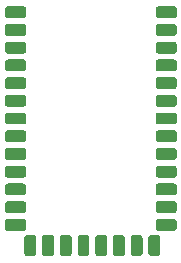
<source format=gbr>
G04 #@! TF.GenerationSoftware,KiCad,Pcbnew,(5.1.5)-3*
G04 #@! TF.CreationDate,2021-04-30T23:34:10+03:00*
G04 #@! TF.ProjectId,HM10USBDongle,484d3130-5553-4424-946f-6e676c652e6b,rev?*
G04 #@! TF.SameCoordinates,Original*
G04 #@! TF.FileFunction,Paste,Top*
G04 #@! TF.FilePolarity,Positive*
%FSLAX46Y46*%
G04 Gerber Fmt 4.6, Leading zero omitted, Abs format (unit mm)*
G04 Created by KiCad (PCBNEW (5.1.5)-3) date 2021-04-30 23:34:10*
%MOMM*%
%LPD*%
G04 APERTURE LIST*
%ADD10C,0.100000*%
G04 APERTURE END LIST*
D10*
G36*
X140845503Y-67055204D02*
G01*
X140869772Y-67058804D01*
X140893570Y-67064765D01*
X140916670Y-67073030D01*
X140938848Y-67083520D01*
X140959892Y-67096133D01*
X140979597Y-67110747D01*
X140997776Y-67127223D01*
X141014252Y-67145402D01*
X141028866Y-67165107D01*
X141041479Y-67186151D01*
X141051969Y-67208329D01*
X141060234Y-67231429D01*
X141066195Y-67255227D01*
X141069795Y-67279496D01*
X141070999Y-67304000D01*
X141070999Y-67804000D01*
X141069795Y-67828504D01*
X141066195Y-67852773D01*
X141060234Y-67876571D01*
X141051969Y-67899671D01*
X141041479Y-67921849D01*
X141028866Y-67942893D01*
X141014252Y-67962598D01*
X140997776Y-67980777D01*
X140979597Y-67997253D01*
X140959892Y-68011867D01*
X140938848Y-68024480D01*
X140916670Y-68034970D01*
X140893570Y-68043235D01*
X140869772Y-68049196D01*
X140845503Y-68052796D01*
X140820999Y-68054000D01*
X139520999Y-68054000D01*
X139496495Y-68052796D01*
X139472226Y-68049196D01*
X139448428Y-68043235D01*
X139425328Y-68034970D01*
X139403150Y-68024480D01*
X139382106Y-68011867D01*
X139362401Y-67997253D01*
X139344222Y-67980777D01*
X139327746Y-67962598D01*
X139313132Y-67942893D01*
X139300519Y-67921849D01*
X139290029Y-67899671D01*
X139281764Y-67876571D01*
X139275803Y-67852773D01*
X139272203Y-67828504D01*
X139270999Y-67804000D01*
X139270999Y-67304000D01*
X139272203Y-67279496D01*
X139275803Y-67255227D01*
X139281764Y-67231429D01*
X139290029Y-67208329D01*
X139300519Y-67186151D01*
X139313132Y-67165107D01*
X139327746Y-67145402D01*
X139344222Y-67127223D01*
X139362401Y-67110747D01*
X139382106Y-67096133D01*
X139403150Y-67083520D01*
X139425328Y-67073030D01*
X139448428Y-67064765D01*
X139472226Y-67058804D01*
X139496495Y-67055204D01*
X139520999Y-67054000D01*
X140820999Y-67054000D01*
X140845503Y-67055204D01*
G37*
G36*
X140845503Y-68555204D02*
G01*
X140869772Y-68558804D01*
X140893570Y-68564765D01*
X140916670Y-68573030D01*
X140938848Y-68583520D01*
X140959892Y-68596133D01*
X140979597Y-68610747D01*
X140997776Y-68627223D01*
X141014252Y-68645402D01*
X141028866Y-68665107D01*
X141041479Y-68686151D01*
X141051969Y-68708329D01*
X141060234Y-68731429D01*
X141066195Y-68755227D01*
X141069795Y-68779496D01*
X141070999Y-68804000D01*
X141070999Y-69304000D01*
X141069795Y-69328504D01*
X141066195Y-69352773D01*
X141060234Y-69376571D01*
X141051969Y-69399671D01*
X141041479Y-69421849D01*
X141028866Y-69442893D01*
X141014252Y-69462598D01*
X140997776Y-69480777D01*
X140979597Y-69497253D01*
X140959892Y-69511867D01*
X140938848Y-69524480D01*
X140916670Y-69534970D01*
X140893570Y-69543235D01*
X140869772Y-69549196D01*
X140845503Y-69552796D01*
X140820999Y-69554000D01*
X139520999Y-69554000D01*
X139496495Y-69552796D01*
X139472226Y-69549196D01*
X139448428Y-69543235D01*
X139425328Y-69534970D01*
X139403150Y-69524480D01*
X139382106Y-69511867D01*
X139362401Y-69497253D01*
X139344222Y-69480777D01*
X139327746Y-69462598D01*
X139313132Y-69442893D01*
X139300519Y-69421849D01*
X139290029Y-69399671D01*
X139281764Y-69376571D01*
X139275803Y-69352773D01*
X139272203Y-69328504D01*
X139270999Y-69304000D01*
X139270999Y-68804000D01*
X139272203Y-68779496D01*
X139275803Y-68755227D01*
X139281764Y-68731429D01*
X139290029Y-68708329D01*
X139300519Y-68686151D01*
X139313132Y-68665107D01*
X139327746Y-68645402D01*
X139344222Y-68627223D01*
X139362401Y-68610747D01*
X139382106Y-68596133D01*
X139403150Y-68583520D01*
X139425328Y-68573030D01*
X139448428Y-68564765D01*
X139472226Y-68558804D01*
X139496495Y-68555204D01*
X139520999Y-68554000D01*
X140820999Y-68554000D01*
X140845503Y-68555204D01*
G37*
G36*
X140845503Y-70055204D02*
G01*
X140869772Y-70058804D01*
X140893570Y-70064765D01*
X140916670Y-70073030D01*
X140938848Y-70083520D01*
X140959892Y-70096133D01*
X140979597Y-70110747D01*
X140997776Y-70127223D01*
X141014252Y-70145402D01*
X141028866Y-70165107D01*
X141041479Y-70186151D01*
X141051969Y-70208329D01*
X141060234Y-70231429D01*
X141066195Y-70255227D01*
X141069795Y-70279496D01*
X141070999Y-70304000D01*
X141070999Y-70804000D01*
X141069795Y-70828504D01*
X141066195Y-70852773D01*
X141060234Y-70876571D01*
X141051969Y-70899671D01*
X141041479Y-70921849D01*
X141028866Y-70942893D01*
X141014252Y-70962598D01*
X140997776Y-70980777D01*
X140979597Y-70997253D01*
X140959892Y-71011867D01*
X140938848Y-71024480D01*
X140916670Y-71034970D01*
X140893570Y-71043235D01*
X140869772Y-71049196D01*
X140845503Y-71052796D01*
X140820999Y-71054000D01*
X139520999Y-71054000D01*
X139496495Y-71052796D01*
X139472226Y-71049196D01*
X139448428Y-71043235D01*
X139425328Y-71034970D01*
X139403150Y-71024480D01*
X139382106Y-71011867D01*
X139362401Y-70997253D01*
X139344222Y-70980777D01*
X139327746Y-70962598D01*
X139313132Y-70942893D01*
X139300519Y-70921849D01*
X139290029Y-70899671D01*
X139281764Y-70876571D01*
X139275803Y-70852773D01*
X139272203Y-70828504D01*
X139270999Y-70804000D01*
X139270999Y-70304000D01*
X139272203Y-70279496D01*
X139275803Y-70255227D01*
X139281764Y-70231429D01*
X139290029Y-70208329D01*
X139300519Y-70186151D01*
X139313132Y-70165107D01*
X139327746Y-70145402D01*
X139344222Y-70127223D01*
X139362401Y-70110747D01*
X139382106Y-70096133D01*
X139403150Y-70083520D01*
X139425328Y-70073030D01*
X139448428Y-70064765D01*
X139472226Y-70058804D01*
X139496495Y-70055204D01*
X139520999Y-70054000D01*
X140820999Y-70054000D01*
X140845503Y-70055204D01*
G37*
G36*
X140845503Y-71555204D02*
G01*
X140869772Y-71558804D01*
X140893570Y-71564765D01*
X140916670Y-71573030D01*
X140938848Y-71583520D01*
X140959892Y-71596133D01*
X140979597Y-71610747D01*
X140997776Y-71627223D01*
X141014252Y-71645402D01*
X141028866Y-71665107D01*
X141041479Y-71686151D01*
X141051969Y-71708329D01*
X141060234Y-71731429D01*
X141066195Y-71755227D01*
X141069795Y-71779496D01*
X141070999Y-71804000D01*
X141070999Y-72304000D01*
X141069795Y-72328504D01*
X141066195Y-72352773D01*
X141060234Y-72376571D01*
X141051969Y-72399671D01*
X141041479Y-72421849D01*
X141028866Y-72442893D01*
X141014252Y-72462598D01*
X140997776Y-72480777D01*
X140979597Y-72497253D01*
X140959892Y-72511867D01*
X140938848Y-72524480D01*
X140916670Y-72534970D01*
X140893570Y-72543235D01*
X140869772Y-72549196D01*
X140845503Y-72552796D01*
X140820999Y-72554000D01*
X139520999Y-72554000D01*
X139496495Y-72552796D01*
X139472226Y-72549196D01*
X139448428Y-72543235D01*
X139425328Y-72534970D01*
X139403150Y-72524480D01*
X139382106Y-72511867D01*
X139362401Y-72497253D01*
X139344222Y-72480777D01*
X139327746Y-72462598D01*
X139313132Y-72442893D01*
X139300519Y-72421849D01*
X139290029Y-72399671D01*
X139281764Y-72376571D01*
X139275803Y-72352773D01*
X139272203Y-72328504D01*
X139270999Y-72304000D01*
X139270999Y-71804000D01*
X139272203Y-71779496D01*
X139275803Y-71755227D01*
X139281764Y-71731429D01*
X139290029Y-71708329D01*
X139300519Y-71686151D01*
X139313132Y-71665107D01*
X139327746Y-71645402D01*
X139344222Y-71627223D01*
X139362401Y-71610747D01*
X139382106Y-71596133D01*
X139403150Y-71583520D01*
X139425328Y-71573030D01*
X139448428Y-71564765D01*
X139472226Y-71558804D01*
X139496495Y-71555204D01*
X139520999Y-71554000D01*
X140820999Y-71554000D01*
X140845503Y-71555204D01*
G37*
G36*
X140845503Y-73055204D02*
G01*
X140869772Y-73058804D01*
X140893570Y-73064765D01*
X140916670Y-73073030D01*
X140938848Y-73083520D01*
X140959892Y-73096133D01*
X140979597Y-73110747D01*
X140997776Y-73127223D01*
X141014252Y-73145402D01*
X141028866Y-73165107D01*
X141041479Y-73186151D01*
X141051969Y-73208329D01*
X141060234Y-73231429D01*
X141066195Y-73255227D01*
X141069795Y-73279496D01*
X141070999Y-73304000D01*
X141070999Y-73804000D01*
X141069795Y-73828504D01*
X141066195Y-73852773D01*
X141060234Y-73876571D01*
X141051969Y-73899671D01*
X141041479Y-73921849D01*
X141028866Y-73942893D01*
X141014252Y-73962598D01*
X140997776Y-73980777D01*
X140979597Y-73997253D01*
X140959892Y-74011867D01*
X140938848Y-74024480D01*
X140916670Y-74034970D01*
X140893570Y-74043235D01*
X140869772Y-74049196D01*
X140845503Y-74052796D01*
X140820999Y-74054000D01*
X139520999Y-74054000D01*
X139496495Y-74052796D01*
X139472226Y-74049196D01*
X139448428Y-74043235D01*
X139425328Y-74034970D01*
X139403150Y-74024480D01*
X139382106Y-74011867D01*
X139362401Y-73997253D01*
X139344222Y-73980777D01*
X139327746Y-73962598D01*
X139313132Y-73942893D01*
X139300519Y-73921849D01*
X139290029Y-73899671D01*
X139281764Y-73876571D01*
X139275803Y-73852773D01*
X139272203Y-73828504D01*
X139270999Y-73804000D01*
X139270999Y-73304000D01*
X139272203Y-73279496D01*
X139275803Y-73255227D01*
X139281764Y-73231429D01*
X139290029Y-73208329D01*
X139300519Y-73186151D01*
X139313132Y-73165107D01*
X139327746Y-73145402D01*
X139344222Y-73127223D01*
X139362401Y-73110747D01*
X139382106Y-73096133D01*
X139403150Y-73083520D01*
X139425328Y-73073030D01*
X139448428Y-73064765D01*
X139472226Y-73058804D01*
X139496495Y-73055204D01*
X139520999Y-73054000D01*
X140820999Y-73054000D01*
X140845503Y-73055204D01*
G37*
G36*
X140845503Y-74555204D02*
G01*
X140869772Y-74558804D01*
X140893570Y-74564765D01*
X140916670Y-74573030D01*
X140938848Y-74583520D01*
X140959892Y-74596133D01*
X140979597Y-74610747D01*
X140997776Y-74627223D01*
X141014252Y-74645402D01*
X141028866Y-74665107D01*
X141041479Y-74686151D01*
X141051969Y-74708329D01*
X141060234Y-74731429D01*
X141066195Y-74755227D01*
X141069795Y-74779496D01*
X141070999Y-74804000D01*
X141070999Y-75304000D01*
X141069795Y-75328504D01*
X141066195Y-75352773D01*
X141060234Y-75376571D01*
X141051969Y-75399671D01*
X141041479Y-75421849D01*
X141028866Y-75442893D01*
X141014252Y-75462598D01*
X140997776Y-75480777D01*
X140979597Y-75497253D01*
X140959892Y-75511867D01*
X140938848Y-75524480D01*
X140916670Y-75534970D01*
X140893570Y-75543235D01*
X140869772Y-75549196D01*
X140845503Y-75552796D01*
X140820999Y-75554000D01*
X139520999Y-75554000D01*
X139496495Y-75552796D01*
X139472226Y-75549196D01*
X139448428Y-75543235D01*
X139425328Y-75534970D01*
X139403150Y-75524480D01*
X139382106Y-75511867D01*
X139362401Y-75497253D01*
X139344222Y-75480777D01*
X139327746Y-75462598D01*
X139313132Y-75442893D01*
X139300519Y-75421849D01*
X139290029Y-75399671D01*
X139281764Y-75376571D01*
X139275803Y-75352773D01*
X139272203Y-75328504D01*
X139270999Y-75304000D01*
X139270999Y-74804000D01*
X139272203Y-74779496D01*
X139275803Y-74755227D01*
X139281764Y-74731429D01*
X139290029Y-74708329D01*
X139300519Y-74686151D01*
X139313132Y-74665107D01*
X139327746Y-74645402D01*
X139344222Y-74627223D01*
X139362401Y-74610747D01*
X139382106Y-74596133D01*
X139403150Y-74583520D01*
X139425328Y-74573030D01*
X139448428Y-74564765D01*
X139472226Y-74558804D01*
X139496495Y-74555204D01*
X139520999Y-74554000D01*
X140820999Y-74554000D01*
X140845503Y-74555204D01*
G37*
G36*
X140845503Y-76055204D02*
G01*
X140869772Y-76058804D01*
X140893570Y-76064765D01*
X140916670Y-76073030D01*
X140938848Y-76083520D01*
X140959892Y-76096133D01*
X140979597Y-76110747D01*
X140997776Y-76127223D01*
X141014252Y-76145402D01*
X141028866Y-76165107D01*
X141041479Y-76186151D01*
X141051969Y-76208329D01*
X141060234Y-76231429D01*
X141066195Y-76255227D01*
X141069795Y-76279496D01*
X141070999Y-76304000D01*
X141070999Y-76804000D01*
X141069795Y-76828504D01*
X141066195Y-76852773D01*
X141060234Y-76876571D01*
X141051969Y-76899671D01*
X141041479Y-76921849D01*
X141028866Y-76942893D01*
X141014252Y-76962598D01*
X140997776Y-76980777D01*
X140979597Y-76997253D01*
X140959892Y-77011867D01*
X140938848Y-77024480D01*
X140916670Y-77034970D01*
X140893570Y-77043235D01*
X140869772Y-77049196D01*
X140845503Y-77052796D01*
X140820999Y-77054000D01*
X139520999Y-77054000D01*
X139496495Y-77052796D01*
X139472226Y-77049196D01*
X139448428Y-77043235D01*
X139425328Y-77034970D01*
X139403150Y-77024480D01*
X139382106Y-77011867D01*
X139362401Y-76997253D01*
X139344222Y-76980777D01*
X139327746Y-76962598D01*
X139313132Y-76942893D01*
X139300519Y-76921849D01*
X139290029Y-76899671D01*
X139281764Y-76876571D01*
X139275803Y-76852773D01*
X139272203Y-76828504D01*
X139270999Y-76804000D01*
X139270999Y-76304000D01*
X139272203Y-76279496D01*
X139275803Y-76255227D01*
X139281764Y-76231429D01*
X139290029Y-76208329D01*
X139300519Y-76186151D01*
X139313132Y-76165107D01*
X139327746Y-76145402D01*
X139344222Y-76127223D01*
X139362401Y-76110747D01*
X139382106Y-76096133D01*
X139403150Y-76083520D01*
X139425328Y-76073030D01*
X139448428Y-76064765D01*
X139472226Y-76058804D01*
X139496495Y-76055204D01*
X139520999Y-76054000D01*
X140820999Y-76054000D01*
X140845503Y-76055204D01*
G37*
G36*
X140845503Y-77555204D02*
G01*
X140869772Y-77558804D01*
X140893570Y-77564765D01*
X140916670Y-77573030D01*
X140938848Y-77583520D01*
X140959892Y-77596133D01*
X140979597Y-77610747D01*
X140997776Y-77627223D01*
X141014252Y-77645402D01*
X141028866Y-77665107D01*
X141041479Y-77686151D01*
X141051969Y-77708329D01*
X141060234Y-77731429D01*
X141066195Y-77755227D01*
X141069795Y-77779496D01*
X141070999Y-77804000D01*
X141070999Y-78304000D01*
X141069795Y-78328504D01*
X141066195Y-78352773D01*
X141060234Y-78376571D01*
X141051969Y-78399671D01*
X141041479Y-78421849D01*
X141028866Y-78442893D01*
X141014252Y-78462598D01*
X140997776Y-78480777D01*
X140979597Y-78497253D01*
X140959892Y-78511867D01*
X140938848Y-78524480D01*
X140916670Y-78534970D01*
X140893570Y-78543235D01*
X140869772Y-78549196D01*
X140845503Y-78552796D01*
X140820999Y-78554000D01*
X139520999Y-78554000D01*
X139496495Y-78552796D01*
X139472226Y-78549196D01*
X139448428Y-78543235D01*
X139425328Y-78534970D01*
X139403150Y-78524480D01*
X139382106Y-78511867D01*
X139362401Y-78497253D01*
X139344222Y-78480777D01*
X139327746Y-78462598D01*
X139313132Y-78442893D01*
X139300519Y-78421849D01*
X139290029Y-78399671D01*
X139281764Y-78376571D01*
X139275803Y-78352773D01*
X139272203Y-78328504D01*
X139270999Y-78304000D01*
X139270999Y-77804000D01*
X139272203Y-77779496D01*
X139275803Y-77755227D01*
X139281764Y-77731429D01*
X139290029Y-77708329D01*
X139300519Y-77686151D01*
X139313132Y-77665107D01*
X139327746Y-77645402D01*
X139344222Y-77627223D01*
X139362401Y-77610747D01*
X139382106Y-77596133D01*
X139403150Y-77583520D01*
X139425328Y-77573030D01*
X139448428Y-77564765D01*
X139472226Y-77558804D01*
X139496495Y-77555204D01*
X139520999Y-77554000D01*
X140820999Y-77554000D01*
X140845503Y-77555204D01*
G37*
G36*
X140845503Y-79055204D02*
G01*
X140869772Y-79058804D01*
X140893570Y-79064765D01*
X140916670Y-79073030D01*
X140938848Y-79083520D01*
X140959892Y-79096133D01*
X140979597Y-79110747D01*
X140997776Y-79127223D01*
X141014252Y-79145402D01*
X141028866Y-79165107D01*
X141041479Y-79186151D01*
X141051969Y-79208329D01*
X141060234Y-79231429D01*
X141066195Y-79255227D01*
X141069795Y-79279496D01*
X141070999Y-79304000D01*
X141070999Y-79804000D01*
X141069795Y-79828504D01*
X141066195Y-79852773D01*
X141060234Y-79876571D01*
X141051969Y-79899671D01*
X141041479Y-79921849D01*
X141028866Y-79942893D01*
X141014252Y-79962598D01*
X140997776Y-79980777D01*
X140979597Y-79997253D01*
X140959892Y-80011867D01*
X140938848Y-80024480D01*
X140916670Y-80034970D01*
X140893570Y-80043235D01*
X140869772Y-80049196D01*
X140845503Y-80052796D01*
X140820999Y-80054000D01*
X139520999Y-80054000D01*
X139496495Y-80052796D01*
X139472226Y-80049196D01*
X139448428Y-80043235D01*
X139425328Y-80034970D01*
X139403150Y-80024480D01*
X139382106Y-80011867D01*
X139362401Y-79997253D01*
X139344222Y-79980777D01*
X139327746Y-79962598D01*
X139313132Y-79942893D01*
X139300519Y-79921849D01*
X139290029Y-79899671D01*
X139281764Y-79876571D01*
X139275803Y-79852773D01*
X139272203Y-79828504D01*
X139270999Y-79804000D01*
X139270999Y-79304000D01*
X139272203Y-79279496D01*
X139275803Y-79255227D01*
X139281764Y-79231429D01*
X139290029Y-79208329D01*
X139300519Y-79186151D01*
X139313132Y-79165107D01*
X139327746Y-79145402D01*
X139344222Y-79127223D01*
X139362401Y-79110747D01*
X139382106Y-79096133D01*
X139403150Y-79083520D01*
X139425328Y-79073030D01*
X139448428Y-79064765D01*
X139472226Y-79058804D01*
X139496495Y-79055204D01*
X139520999Y-79054000D01*
X140820999Y-79054000D01*
X140845503Y-79055204D01*
G37*
G36*
X140845503Y-80555204D02*
G01*
X140869772Y-80558804D01*
X140893570Y-80564765D01*
X140916670Y-80573030D01*
X140938848Y-80583520D01*
X140959892Y-80596133D01*
X140979597Y-80610747D01*
X140997776Y-80627223D01*
X141014252Y-80645402D01*
X141028866Y-80665107D01*
X141041479Y-80686151D01*
X141051969Y-80708329D01*
X141060234Y-80731429D01*
X141066195Y-80755227D01*
X141069795Y-80779496D01*
X141070999Y-80804000D01*
X141070999Y-81304000D01*
X141069795Y-81328504D01*
X141066195Y-81352773D01*
X141060234Y-81376571D01*
X141051969Y-81399671D01*
X141041479Y-81421849D01*
X141028866Y-81442893D01*
X141014252Y-81462598D01*
X140997776Y-81480777D01*
X140979597Y-81497253D01*
X140959892Y-81511867D01*
X140938848Y-81524480D01*
X140916670Y-81534970D01*
X140893570Y-81543235D01*
X140869772Y-81549196D01*
X140845503Y-81552796D01*
X140820999Y-81554000D01*
X139520999Y-81554000D01*
X139496495Y-81552796D01*
X139472226Y-81549196D01*
X139448428Y-81543235D01*
X139425328Y-81534970D01*
X139403150Y-81524480D01*
X139382106Y-81511867D01*
X139362401Y-81497253D01*
X139344222Y-81480777D01*
X139327746Y-81462598D01*
X139313132Y-81442893D01*
X139300519Y-81421849D01*
X139290029Y-81399671D01*
X139281764Y-81376571D01*
X139275803Y-81352773D01*
X139272203Y-81328504D01*
X139270999Y-81304000D01*
X139270999Y-80804000D01*
X139272203Y-80779496D01*
X139275803Y-80755227D01*
X139281764Y-80731429D01*
X139290029Y-80708329D01*
X139300519Y-80686151D01*
X139313132Y-80665107D01*
X139327746Y-80645402D01*
X139344222Y-80627223D01*
X139362401Y-80610747D01*
X139382106Y-80596133D01*
X139403150Y-80583520D01*
X139425328Y-80573030D01*
X139448428Y-80564765D01*
X139472226Y-80558804D01*
X139496495Y-80555204D01*
X139520999Y-80554000D01*
X140820999Y-80554000D01*
X140845503Y-80555204D01*
G37*
G36*
X140845503Y-82055204D02*
G01*
X140869772Y-82058804D01*
X140893570Y-82064765D01*
X140916670Y-82073030D01*
X140938848Y-82083520D01*
X140959892Y-82096133D01*
X140979597Y-82110747D01*
X140997776Y-82127223D01*
X141014252Y-82145402D01*
X141028866Y-82165107D01*
X141041479Y-82186151D01*
X141051969Y-82208329D01*
X141060234Y-82231429D01*
X141066195Y-82255227D01*
X141069795Y-82279496D01*
X141070999Y-82304000D01*
X141070999Y-82804000D01*
X141069795Y-82828504D01*
X141066195Y-82852773D01*
X141060234Y-82876571D01*
X141051969Y-82899671D01*
X141041479Y-82921849D01*
X141028866Y-82942893D01*
X141014252Y-82962598D01*
X140997776Y-82980777D01*
X140979597Y-82997253D01*
X140959892Y-83011867D01*
X140938848Y-83024480D01*
X140916670Y-83034970D01*
X140893570Y-83043235D01*
X140869772Y-83049196D01*
X140845503Y-83052796D01*
X140820999Y-83054000D01*
X139520999Y-83054000D01*
X139496495Y-83052796D01*
X139472226Y-83049196D01*
X139448428Y-83043235D01*
X139425328Y-83034970D01*
X139403150Y-83024480D01*
X139382106Y-83011867D01*
X139362401Y-82997253D01*
X139344222Y-82980777D01*
X139327746Y-82962598D01*
X139313132Y-82942893D01*
X139300519Y-82921849D01*
X139290029Y-82899671D01*
X139281764Y-82876571D01*
X139275803Y-82852773D01*
X139272203Y-82828504D01*
X139270999Y-82804000D01*
X139270999Y-82304000D01*
X139272203Y-82279496D01*
X139275803Y-82255227D01*
X139281764Y-82231429D01*
X139290029Y-82208329D01*
X139300519Y-82186151D01*
X139313132Y-82165107D01*
X139327746Y-82145402D01*
X139344222Y-82127223D01*
X139362401Y-82110747D01*
X139382106Y-82096133D01*
X139403150Y-82083520D01*
X139425328Y-82073030D01*
X139448428Y-82064765D01*
X139472226Y-82058804D01*
X139496495Y-82055204D01*
X139520999Y-82054000D01*
X140820999Y-82054000D01*
X140845503Y-82055204D01*
G37*
G36*
X140845503Y-83555204D02*
G01*
X140869772Y-83558804D01*
X140893570Y-83564765D01*
X140916670Y-83573030D01*
X140938848Y-83583520D01*
X140959892Y-83596133D01*
X140979597Y-83610747D01*
X140997776Y-83627223D01*
X141014252Y-83645402D01*
X141028866Y-83665107D01*
X141041479Y-83686151D01*
X141051969Y-83708329D01*
X141060234Y-83731429D01*
X141066195Y-83755227D01*
X141069795Y-83779496D01*
X141070999Y-83804000D01*
X141070999Y-84304000D01*
X141069795Y-84328504D01*
X141066195Y-84352773D01*
X141060234Y-84376571D01*
X141051969Y-84399671D01*
X141041479Y-84421849D01*
X141028866Y-84442893D01*
X141014252Y-84462598D01*
X140997776Y-84480777D01*
X140979597Y-84497253D01*
X140959892Y-84511867D01*
X140938848Y-84524480D01*
X140916670Y-84534970D01*
X140893570Y-84543235D01*
X140869772Y-84549196D01*
X140845503Y-84552796D01*
X140820999Y-84554000D01*
X139520999Y-84554000D01*
X139496495Y-84552796D01*
X139472226Y-84549196D01*
X139448428Y-84543235D01*
X139425328Y-84534970D01*
X139403150Y-84524480D01*
X139382106Y-84511867D01*
X139362401Y-84497253D01*
X139344222Y-84480777D01*
X139327746Y-84462598D01*
X139313132Y-84442893D01*
X139300519Y-84421849D01*
X139290029Y-84399671D01*
X139281764Y-84376571D01*
X139275803Y-84352773D01*
X139272203Y-84328504D01*
X139270999Y-84304000D01*
X139270999Y-83804000D01*
X139272203Y-83779496D01*
X139275803Y-83755227D01*
X139281764Y-83731429D01*
X139290029Y-83708329D01*
X139300519Y-83686151D01*
X139313132Y-83665107D01*
X139327746Y-83645402D01*
X139344222Y-83627223D01*
X139362401Y-83610747D01*
X139382106Y-83596133D01*
X139403150Y-83583520D01*
X139425328Y-83573030D01*
X139448428Y-83564765D01*
X139472226Y-83558804D01*
X139496495Y-83555204D01*
X139520999Y-83554000D01*
X140820999Y-83554000D01*
X140845503Y-83555204D01*
G37*
G36*
X140845503Y-85055204D02*
G01*
X140869772Y-85058804D01*
X140893570Y-85064765D01*
X140916670Y-85073030D01*
X140938848Y-85083520D01*
X140959892Y-85096133D01*
X140979597Y-85110747D01*
X140997776Y-85127223D01*
X141014252Y-85145402D01*
X141028866Y-85165107D01*
X141041479Y-85186151D01*
X141051969Y-85208329D01*
X141060234Y-85231429D01*
X141066195Y-85255227D01*
X141069795Y-85279496D01*
X141070999Y-85304000D01*
X141070999Y-85804000D01*
X141069795Y-85828504D01*
X141066195Y-85852773D01*
X141060234Y-85876571D01*
X141051969Y-85899671D01*
X141041479Y-85921849D01*
X141028866Y-85942893D01*
X141014252Y-85962598D01*
X140997776Y-85980777D01*
X140979597Y-85997253D01*
X140959892Y-86011867D01*
X140938848Y-86024480D01*
X140916670Y-86034970D01*
X140893570Y-86043235D01*
X140869772Y-86049196D01*
X140845503Y-86052796D01*
X140820999Y-86054000D01*
X139520999Y-86054000D01*
X139496495Y-86052796D01*
X139472226Y-86049196D01*
X139448428Y-86043235D01*
X139425328Y-86034970D01*
X139403150Y-86024480D01*
X139382106Y-86011867D01*
X139362401Y-85997253D01*
X139344222Y-85980777D01*
X139327746Y-85962598D01*
X139313132Y-85942893D01*
X139300519Y-85921849D01*
X139290029Y-85899671D01*
X139281764Y-85876571D01*
X139275803Y-85852773D01*
X139272203Y-85828504D01*
X139270999Y-85804000D01*
X139270999Y-85304000D01*
X139272203Y-85279496D01*
X139275803Y-85255227D01*
X139281764Y-85231429D01*
X139290029Y-85208329D01*
X139300519Y-85186151D01*
X139313132Y-85165107D01*
X139327746Y-85145402D01*
X139344222Y-85127223D01*
X139362401Y-85110747D01*
X139382106Y-85096133D01*
X139403150Y-85083520D01*
X139425328Y-85073030D01*
X139448428Y-85064765D01*
X139472226Y-85058804D01*
X139496495Y-85055204D01*
X139520999Y-85054000D01*
X140820999Y-85054000D01*
X140845503Y-85055204D01*
G37*
G36*
X139445503Y-86405204D02*
G01*
X139469772Y-86408804D01*
X139493570Y-86414765D01*
X139516670Y-86423030D01*
X139538848Y-86433520D01*
X139559892Y-86446133D01*
X139579597Y-86460747D01*
X139597776Y-86477223D01*
X139614252Y-86495402D01*
X139628866Y-86515107D01*
X139641479Y-86536151D01*
X139651969Y-86558329D01*
X139660234Y-86581429D01*
X139666195Y-86605227D01*
X139669795Y-86629496D01*
X139670999Y-86654000D01*
X139670999Y-87954000D01*
X139669795Y-87978504D01*
X139666195Y-88002773D01*
X139660234Y-88026571D01*
X139651969Y-88049671D01*
X139641479Y-88071849D01*
X139628866Y-88092893D01*
X139614252Y-88112598D01*
X139597776Y-88130777D01*
X139579597Y-88147253D01*
X139559892Y-88161867D01*
X139538848Y-88174480D01*
X139516670Y-88184970D01*
X139493570Y-88193235D01*
X139469772Y-88199196D01*
X139445503Y-88202796D01*
X139420999Y-88204000D01*
X138920999Y-88204000D01*
X138896495Y-88202796D01*
X138872226Y-88199196D01*
X138848428Y-88193235D01*
X138825328Y-88184970D01*
X138803150Y-88174480D01*
X138782106Y-88161867D01*
X138762401Y-88147253D01*
X138744222Y-88130777D01*
X138727746Y-88112598D01*
X138713132Y-88092893D01*
X138700519Y-88071849D01*
X138690029Y-88049671D01*
X138681764Y-88026571D01*
X138675803Y-88002773D01*
X138672203Y-87978504D01*
X138670999Y-87954000D01*
X138670999Y-86654000D01*
X138672203Y-86629496D01*
X138675803Y-86605227D01*
X138681764Y-86581429D01*
X138690029Y-86558329D01*
X138700519Y-86536151D01*
X138713132Y-86515107D01*
X138727746Y-86495402D01*
X138744222Y-86477223D01*
X138762401Y-86460747D01*
X138782106Y-86446133D01*
X138803150Y-86433520D01*
X138825328Y-86423030D01*
X138848428Y-86414765D01*
X138872226Y-86408804D01*
X138896495Y-86405204D01*
X138920999Y-86404000D01*
X139420999Y-86404000D01*
X139445503Y-86405204D01*
G37*
G36*
X137945503Y-86405204D02*
G01*
X137969772Y-86408804D01*
X137993570Y-86414765D01*
X138016670Y-86423030D01*
X138038848Y-86433520D01*
X138059892Y-86446133D01*
X138079597Y-86460747D01*
X138097776Y-86477223D01*
X138114252Y-86495402D01*
X138128866Y-86515107D01*
X138141479Y-86536151D01*
X138151969Y-86558329D01*
X138160234Y-86581429D01*
X138166195Y-86605227D01*
X138169795Y-86629496D01*
X138170999Y-86654000D01*
X138170999Y-87954000D01*
X138169795Y-87978504D01*
X138166195Y-88002773D01*
X138160234Y-88026571D01*
X138151969Y-88049671D01*
X138141479Y-88071849D01*
X138128866Y-88092893D01*
X138114252Y-88112598D01*
X138097776Y-88130777D01*
X138079597Y-88147253D01*
X138059892Y-88161867D01*
X138038848Y-88174480D01*
X138016670Y-88184970D01*
X137993570Y-88193235D01*
X137969772Y-88199196D01*
X137945503Y-88202796D01*
X137920999Y-88204000D01*
X137420999Y-88204000D01*
X137396495Y-88202796D01*
X137372226Y-88199196D01*
X137348428Y-88193235D01*
X137325328Y-88184970D01*
X137303150Y-88174480D01*
X137282106Y-88161867D01*
X137262401Y-88147253D01*
X137244222Y-88130777D01*
X137227746Y-88112598D01*
X137213132Y-88092893D01*
X137200519Y-88071849D01*
X137190029Y-88049671D01*
X137181764Y-88026571D01*
X137175803Y-88002773D01*
X137172203Y-87978504D01*
X137170999Y-87954000D01*
X137170999Y-86654000D01*
X137172203Y-86629496D01*
X137175803Y-86605227D01*
X137181764Y-86581429D01*
X137190029Y-86558329D01*
X137200519Y-86536151D01*
X137213132Y-86515107D01*
X137227746Y-86495402D01*
X137244222Y-86477223D01*
X137262401Y-86460747D01*
X137282106Y-86446133D01*
X137303150Y-86433520D01*
X137325328Y-86423030D01*
X137348428Y-86414765D01*
X137372226Y-86408804D01*
X137396495Y-86405204D01*
X137420999Y-86404000D01*
X137920999Y-86404000D01*
X137945503Y-86405204D01*
G37*
G36*
X136445503Y-86405204D02*
G01*
X136469772Y-86408804D01*
X136493570Y-86414765D01*
X136516670Y-86423030D01*
X136538848Y-86433520D01*
X136559892Y-86446133D01*
X136579597Y-86460747D01*
X136597776Y-86477223D01*
X136614252Y-86495402D01*
X136628866Y-86515107D01*
X136641479Y-86536151D01*
X136651969Y-86558329D01*
X136660234Y-86581429D01*
X136666195Y-86605227D01*
X136669795Y-86629496D01*
X136670999Y-86654000D01*
X136670999Y-87954000D01*
X136669795Y-87978504D01*
X136666195Y-88002773D01*
X136660234Y-88026571D01*
X136651969Y-88049671D01*
X136641479Y-88071849D01*
X136628866Y-88092893D01*
X136614252Y-88112598D01*
X136597776Y-88130777D01*
X136579597Y-88147253D01*
X136559892Y-88161867D01*
X136538848Y-88174480D01*
X136516670Y-88184970D01*
X136493570Y-88193235D01*
X136469772Y-88199196D01*
X136445503Y-88202796D01*
X136420999Y-88204000D01*
X135920999Y-88204000D01*
X135896495Y-88202796D01*
X135872226Y-88199196D01*
X135848428Y-88193235D01*
X135825328Y-88184970D01*
X135803150Y-88174480D01*
X135782106Y-88161867D01*
X135762401Y-88147253D01*
X135744222Y-88130777D01*
X135727746Y-88112598D01*
X135713132Y-88092893D01*
X135700519Y-88071849D01*
X135690029Y-88049671D01*
X135681764Y-88026571D01*
X135675803Y-88002773D01*
X135672203Y-87978504D01*
X135670999Y-87954000D01*
X135670999Y-86654000D01*
X135672203Y-86629496D01*
X135675803Y-86605227D01*
X135681764Y-86581429D01*
X135690029Y-86558329D01*
X135700519Y-86536151D01*
X135713132Y-86515107D01*
X135727746Y-86495402D01*
X135744222Y-86477223D01*
X135762401Y-86460747D01*
X135782106Y-86446133D01*
X135803150Y-86433520D01*
X135825328Y-86423030D01*
X135848428Y-86414765D01*
X135872226Y-86408804D01*
X135896495Y-86405204D01*
X135920999Y-86404000D01*
X136420999Y-86404000D01*
X136445503Y-86405204D01*
G37*
G36*
X134945503Y-86405204D02*
G01*
X134969772Y-86408804D01*
X134993570Y-86414765D01*
X135016670Y-86423030D01*
X135038848Y-86433520D01*
X135059892Y-86446133D01*
X135079597Y-86460747D01*
X135097776Y-86477223D01*
X135114252Y-86495402D01*
X135128866Y-86515107D01*
X135141479Y-86536151D01*
X135151969Y-86558329D01*
X135160234Y-86581429D01*
X135166195Y-86605227D01*
X135169795Y-86629496D01*
X135170999Y-86654000D01*
X135170999Y-87954000D01*
X135169795Y-87978504D01*
X135166195Y-88002773D01*
X135160234Y-88026571D01*
X135151969Y-88049671D01*
X135141479Y-88071849D01*
X135128866Y-88092893D01*
X135114252Y-88112598D01*
X135097776Y-88130777D01*
X135079597Y-88147253D01*
X135059892Y-88161867D01*
X135038848Y-88174480D01*
X135016670Y-88184970D01*
X134993570Y-88193235D01*
X134969772Y-88199196D01*
X134945503Y-88202796D01*
X134920999Y-88204000D01*
X134420999Y-88204000D01*
X134396495Y-88202796D01*
X134372226Y-88199196D01*
X134348428Y-88193235D01*
X134325328Y-88184970D01*
X134303150Y-88174480D01*
X134282106Y-88161867D01*
X134262401Y-88147253D01*
X134244222Y-88130777D01*
X134227746Y-88112598D01*
X134213132Y-88092893D01*
X134200519Y-88071849D01*
X134190029Y-88049671D01*
X134181764Y-88026571D01*
X134175803Y-88002773D01*
X134172203Y-87978504D01*
X134170999Y-87954000D01*
X134170999Y-86654000D01*
X134172203Y-86629496D01*
X134175803Y-86605227D01*
X134181764Y-86581429D01*
X134190029Y-86558329D01*
X134200519Y-86536151D01*
X134213132Y-86515107D01*
X134227746Y-86495402D01*
X134244222Y-86477223D01*
X134262401Y-86460747D01*
X134282106Y-86446133D01*
X134303150Y-86433520D01*
X134325328Y-86423030D01*
X134348428Y-86414765D01*
X134372226Y-86408804D01*
X134396495Y-86405204D01*
X134420999Y-86404000D01*
X134920999Y-86404000D01*
X134945503Y-86405204D01*
G37*
G36*
X133445503Y-86405204D02*
G01*
X133469772Y-86408804D01*
X133493570Y-86414765D01*
X133516670Y-86423030D01*
X133538848Y-86433520D01*
X133559892Y-86446133D01*
X133579597Y-86460747D01*
X133597776Y-86477223D01*
X133614252Y-86495402D01*
X133628866Y-86515107D01*
X133641479Y-86536151D01*
X133651969Y-86558329D01*
X133660234Y-86581429D01*
X133666195Y-86605227D01*
X133669795Y-86629496D01*
X133670999Y-86654000D01*
X133670999Y-87954000D01*
X133669795Y-87978504D01*
X133666195Y-88002773D01*
X133660234Y-88026571D01*
X133651969Y-88049671D01*
X133641479Y-88071849D01*
X133628866Y-88092893D01*
X133614252Y-88112598D01*
X133597776Y-88130777D01*
X133579597Y-88147253D01*
X133559892Y-88161867D01*
X133538848Y-88174480D01*
X133516670Y-88184970D01*
X133493570Y-88193235D01*
X133469772Y-88199196D01*
X133445503Y-88202796D01*
X133420999Y-88204000D01*
X132920999Y-88204000D01*
X132896495Y-88202796D01*
X132872226Y-88199196D01*
X132848428Y-88193235D01*
X132825328Y-88184970D01*
X132803150Y-88174480D01*
X132782106Y-88161867D01*
X132762401Y-88147253D01*
X132744222Y-88130777D01*
X132727746Y-88112598D01*
X132713132Y-88092893D01*
X132700519Y-88071849D01*
X132690029Y-88049671D01*
X132681764Y-88026571D01*
X132675803Y-88002773D01*
X132672203Y-87978504D01*
X132670999Y-87954000D01*
X132670999Y-86654000D01*
X132672203Y-86629496D01*
X132675803Y-86605227D01*
X132681764Y-86581429D01*
X132690029Y-86558329D01*
X132700519Y-86536151D01*
X132713132Y-86515107D01*
X132727746Y-86495402D01*
X132744222Y-86477223D01*
X132762401Y-86460747D01*
X132782106Y-86446133D01*
X132803150Y-86433520D01*
X132825328Y-86423030D01*
X132848428Y-86414765D01*
X132872226Y-86408804D01*
X132896495Y-86405204D01*
X132920999Y-86404000D01*
X133420999Y-86404000D01*
X133445503Y-86405204D01*
G37*
G36*
X131945503Y-86405204D02*
G01*
X131969772Y-86408804D01*
X131993570Y-86414765D01*
X132016670Y-86423030D01*
X132038848Y-86433520D01*
X132059892Y-86446133D01*
X132079597Y-86460747D01*
X132097776Y-86477223D01*
X132114252Y-86495402D01*
X132128866Y-86515107D01*
X132141479Y-86536151D01*
X132151969Y-86558329D01*
X132160234Y-86581429D01*
X132166195Y-86605227D01*
X132169795Y-86629496D01*
X132170999Y-86654000D01*
X132170999Y-87954000D01*
X132169795Y-87978504D01*
X132166195Y-88002773D01*
X132160234Y-88026571D01*
X132151969Y-88049671D01*
X132141479Y-88071849D01*
X132128866Y-88092893D01*
X132114252Y-88112598D01*
X132097776Y-88130777D01*
X132079597Y-88147253D01*
X132059892Y-88161867D01*
X132038848Y-88174480D01*
X132016670Y-88184970D01*
X131993570Y-88193235D01*
X131969772Y-88199196D01*
X131945503Y-88202796D01*
X131920999Y-88204000D01*
X131420999Y-88204000D01*
X131396495Y-88202796D01*
X131372226Y-88199196D01*
X131348428Y-88193235D01*
X131325328Y-88184970D01*
X131303150Y-88174480D01*
X131282106Y-88161867D01*
X131262401Y-88147253D01*
X131244222Y-88130777D01*
X131227746Y-88112598D01*
X131213132Y-88092893D01*
X131200519Y-88071849D01*
X131190029Y-88049671D01*
X131181764Y-88026571D01*
X131175803Y-88002773D01*
X131172203Y-87978504D01*
X131170999Y-87954000D01*
X131170999Y-86654000D01*
X131172203Y-86629496D01*
X131175803Y-86605227D01*
X131181764Y-86581429D01*
X131190029Y-86558329D01*
X131200519Y-86536151D01*
X131213132Y-86515107D01*
X131227746Y-86495402D01*
X131244222Y-86477223D01*
X131262401Y-86460747D01*
X131282106Y-86446133D01*
X131303150Y-86433520D01*
X131325328Y-86423030D01*
X131348428Y-86414765D01*
X131372226Y-86408804D01*
X131396495Y-86405204D01*
X131420999Y-86404000D01*
X131920999Y-86404000D01*
X131945503Y-86405204D01*
G37*
G36*
X130445503Y-86405204D02*
G01*
X130469772Y-86408804D01*
X130493570Y-86414765D01*
X130516670Y-86423030D01*
X130538848Y-86433520D01*
X130559892Y-86446133D01*
X130579597Y-86460747D01*
X130597776Y-86477223D01*
X130614252Y-86495402D01*
X130628866Y-86515107D01*
X130641479Y-86536151D01*
X130651969Y-86558329D01*
X130660234Y-86581429D01*
X130666195Y-86605227D01*
X130669795Y-86629496D01*
X130670999Y-86654000D01*
X130670999Y-87954000D01*
X130669795Y-87978504D01*
X130666195Y-88002773D01*
X130660234Y-88026571D01*
X130651969Y-88049671D01*
X130641479Y-88071849D01*
X130628866Y-88092893D01*
X130614252Y-88112598D01*
X130597776Y-88130777D01*
X130579597Y-88147253D01*
X130559892Y-88161867D01*
X130538848Y-88174480D01*
X130516670Y-88184970D01*
X130493570Y-88193235D01*
X130469772Y-88199196D01*
X130445503Y-88202796D01*
X130420999Y-88204000D01*
X129920999Y-88204000D01*
X129896495Y-88202796D01*
X129872226Y-88199196D01*
X129848428Y-88193235D01*
X129825328Y-88184970D01*
X129803150Y-88174480D01*
X129782106Y-88161867D01*
X129762401Y-88147253D01*
X129744222Y-88130777D01*
X129727746Y-88112598D01*
X129713132Y-88092893D01*
X129700519Y-88071849D01*
X129690029Y-88049671D01*
X129681764Y-88026571D01*
X129675803Y-88002773D01*
X129672203Y-87978504D01*
X129670999Y-87954000D01*
X129670999Y-86654000D01*
X129672203Y-86629496D01*
X129675803Y-86605227D01*
X129681764Y-86581429D01*
X129690029Y-86558329D01*
X129700519Y-86536151D01*
X129713132Y-86515107D01*
X129727746Y-86495402D01*
X129744222Y-86477223D01*
X129762401Y-86460747D01*
X129782106Y-86446133D01*
X129803150Y-86433520D01*
X129825328Y-86423030D01*
X129848428Y-86414765D01*
X129872226Y-86408804D01*
X129896495Y-86405204D01*
X129920999Y-86404000D01*
X130420999Y-86404000D01*
X130445503Y-86405204D01*
G37*
G36*
X128945503Y-86405204D02*
G01*
X128969772Y-86408804D01*
X128993570Y-86414765D01*
X129016670Y-86423030D01*
X129038848Y-86433520D01*
X129059892Y-86446133D01*
X129079597Y-86460747D01*
X129097776Y-86477223D01*
X129114252Y-86495402D01*
X129128866Y-86515107D01*
X129141479Y-86536151D01*
X129151969Y-86558329D01*
X129160234Y-86581429D01*
X129166195Y-86605227D01*
X129169795Y-86629496D01*
X129170999Y-86654000D01*
X129170999Y-87954000D01*
X129169795Y-87978504D01*
X129166195Y-88002773D01*
X129160234Y-88026571D01*
X129151969Y-88049671D01*
X129141479Y-88071849D01*
X129128866Y-88092893D01*
X129114252Y-88112598D01*
X129097776Y-88130777D01*
X129079597Y-88147253D01*
X129059892Y-88161867D01*
X129038848Y-88174480D01*
X129016670Y-88184970D01*
X128993570Y-88193235D01*
X128969772Y-88199196D01*
X128945503Y-88202796D01*
X128920999Y-88204000D01*
X128420999Y-88204000D01*
X128396495Y-88202796D01*
X128372226Y-88199196D01*
X128348428Y-88193235D01*
X128325328Y-88184970D01*
X128303150Y-88174480D01*
X128282106Y-88161867D01*
X128262401Y-88147253D01*
X128244222Y-88130777D01*
X128227746Y-88112598D01*
X128213132Y-88092893D01*
X128200519Y-88071849D01*
X128190029Y-88049671D01*
X128181764Y-88026571D01*
X128175803Y-88002773D01*
X128172203Y-87978504D01*
X128170999Y-87954000D01*
X128170999Y-86654000D01*
X128172203Y-86629496D01*
X128175803Y-86605227D01*
X128181764Y-86581429D01*
X128190029Y-86558329D01*
X128200519Y-86536151D01*
X128213132Y-86515107D01*
X128227746Y-86495402D01*
X128244222Y-86477223D01*
X128262401Y-86460747D01*
X128282106Y-86446133D01*
X128303150Y-86433520D01*
X128325328Y-86423030D01*
X128348428Y-86414765D01*
X128372226Y-86408804D01*
X128396495Y-86405204D01*
X128420999Y-86404000D01*
X128920999Y-86404000D01*
X128945503Y-86405204D01*
G37*
G36*
X128095503Y-85055204D02*
G01*
X128119772Y-85058804D01*
X128143570Y-85064765D01*
X128166670Y-85073030D01*
X128188848Y-85083520D01*
X128209892Y-85096133D01*
X128229597Y-85110747D01*
X128247776Y-85127223D01*
X128264252Y-85145402D01*
X128278866Y-85165107D01*
X128291479Y-85186151D01*
X128301969Y-85208329D01*
X128310234Y-85231429D01*
X128316195Y-85255227D01*
X128319795Y-85279496D01*
X128320999Y-85304000D01*
X128320999Y-85804000D01*
X128319795Y-85828504D01*
X128316195Y-85852773D01*
X128310234Y-85876571D01*
X128301969Y-85899671D01*
X128291479Y-85921849D01*
X128278866Y-85942893D01*
X128264252Y-85962598D01*
X128247776Y-85980777D01*
X128229597Y-85997253D01*
X128209892Y-86011867D01*
X128188848Y-86024480D01*
X128166670Y-86034970D01*
X128143570Y-86043235D01*
X128119772Y-86049196D01*
X128095503Y-86052796D01*
X128070999Y-86054000D01*
X126770999Y-86054000D01*
X126746495Y-86052796D01*
X126722226Y-86049196D01*
X126698428Y-86043235D01*
X126675328Y-86034970D01*
X126653150Y-86024480D01*
X126632106Y-86011867D01*
X126612401Y-85997253D01*
X126594222Y-85980777D01*
X126577746Y-85962598D01*
X126563132Y-85942893D01*
X126550519Y-85921849D01*
X126540029Y-85899671D01*
X126531764Y-85876571D01*
X126525803Y-85852773D01*
X126522203Y-85828504D01*
X126520999Y-85804000D01*
X126520999Y-85304000D01*
X126522203Y-85279496D01*
X126525803Y-85255227D01*
X126531764Y-85231429D01*
X126540029Y-85208329D01*
X126550519Y-85186151D01*
X126563132Y-85165107D01*
X126577746Y-85145402D01*
X126594222Y-85127223D01*
X126612401Y-85110747D01*
X126632106Y-85096133D01*
X126653150Y-85083520D01*
X126675328Y-85073030D01*
X126698428Y-85064765D01*
X126722226Y-85058804D01*
X126746495Y-85055204D01*
X126770999Y-85054000D01*
X128070999Y-85054000D01*
X128095503Y-85055204D01*
G37*
G36*
X128095503Y-83555204D02*
G01*
X128119772Y-83558804D01*
X128143570Y-83564765D01*
X128166670Y-83573030D01*
X128188848Y-83583520D01*
X128209892Y-83596133D01*
X128229597Y-83610747D01*
X128247776Y-83627223D01*
X128264252Y-83645402D01*
X128278866Y-83665107D01*
X128291479Y-83686151D01*
X128301969Y-83708329D01*
X128310234Y-83731429D01*
X128316195Y-83755227D01*
X128319795Y-83779496D01*
X128320999Y-83804000D01*
X128320999Y-84304000D01*
X128319795Y-84328504D01*
X128316195Y-84352773D01*
X128310234Y-84376571D01*
X128301969Y-84399671D01*
X128291479Y-84421849D01*
X128278866Y-84442893D01*
X128264252Y-84462598D01*
X128247776Y-84480777D01*
X128229597Y-84497253D01*
X128209892Y-84511867D01*
X128188848Y-84524480D01*
X128166670Y-84534970D01*
X128143570Y-84543235D01*
X128119772Y-84549196D01*
X128095503Y-84552796D01*
X128070999Y-84554000D01*
X126770999Y-84554000D01*
X126746495Y-84552796D01*
X126722226Y-84549196D01*
X126698428Y-84543235D01*
X126675328Y-84534970D01*
X126653150Y-84524480D01*
X126632106Y-84511867D01*
X126612401Y-84497253D01*
X126594222Y-84480777D01*
X126577746Y-84462598D01*
X126563132Y-84442893D01*
X126550519Y-84421849D01*
X126540029Y-84399671D01*
X126531764Y-84376571D01*
X126525803Y-84352773D01*
X126522203Y-84328504D01*
X126520999Y-84304000D01*
X126520999Y-83804000D01*
X126522203Y-83779496D01*
X126525803Y-83755227D01*
X126531764Y-83731429D01*
X126540029Y-83708329D01*
X126550519Y-83686151D01*
X126563132Y-83665107D01*
X126577746Y-83645402D01*
X126594222Y-83627223D01*
X126612401Y-83610747D01*
X126632106Y-83596133D01*
X126653150Y-83583520D01*
X126675328Y-83573030D01*
X126698428Y-83564765D01*
X126722226Y-83558804D01*
X126746495Y-83555204D01*
X126770999Y-83554000D01*
X128070999Y-83554000D01*
X128095503Y-83555204D01*
G37*
G36*
X128095503Y-82055204D02*
G01*
X128119772Y-82058804D01*
X128143570Y-82064765D01*
X128166670Y-82073030D01*
X128188848Y-82083520D01*
X128209892Y-82096133D01*
X128229597Y-82110747D01*
X128247776Y-82127223D01*
X128264252Y-82145402D01*
X128278866Y-82165107D01*
X128291479Y-82186151D01*
X128301969Y-82208329D01*
X128310234Y-82231429D01*
X128316195Y-82255227D01*
X128319795Y-82279496D01*
X128320999Y-82304000D01*
X128320999Y-82804000D01*
X128319795Y-82828504D01*
X128316195Y-82852773D01*
X128310234Y-82876571D01*
X128301969Y-82899671D01*
X128291479Y-82921849D01*
X128278866Y-82942893D01*
X128264252Y-82962598D01*
X128247776Y-82980777D01*
X128229597Y-82997253D01*
X128209892Y-83011867D01*
X128188848Y-83024480D01*
X128166670Y-83034970D01*
X128143570Y-83043235D01*
X128119772Y-83049196D01*
X128095503Y-83052796D01*
X128070999Y-83054000D01*
X126770999Y-83054000D01*
X126746495Y-83052796D01*
X126722226Y-83049196D01*
X126698428Y-83043235D01*
X126675328Y-83034970D01*
X126653150Y-83024480D01*
X126632106Y-83011867D01*
X126612401Y-82997253D01*
X126594222Y-82980777D01*
X126577746Y-82962598D01*
X126563132Y-82942893D01*
X126550519Y-82921849D01*
X126540029Y-82899671D01*
X126531764Y-82876571D01*
X126525803Y-82852773D01*
X126522203Y-82828504D01*
X126520999Y-82804000D01*
X126520999Y-82304000D01*
X126522203Y-82279496D01*
X126525803Y-82255227D01*
X126531764Y-82231429D01*
X126540029Y-82208329D01*
X126550519Y-82186151D01*
X126563132Y-82165107D01*
X126577746Y-82145402D01*
X126594222Y-82127223D01*
X126612401Y-82110747D01*
X126632106Y-82096133D01*
X126653150Y-82083520D01*
X126675328Y-82073030D01*
X126698428Y-82064765D01*
X126722226Y-82058804D01*
X126746495Y-82055204D01*
X126770999Y-82054000D01*
X128070999Y-82054000D01*
X128095503Y-82055204D01*
G37*
G36*
X128095503Y-80555204D02*
G01*
X128119772Y-80558804D01*
X128143570Y-80564765D01*
X128166670Y-80573030D01*
X128188848Y-80583520D01*
X128209892Y-80596133D01*
X128229597Y-80610747D01*
X128247776Y-80627223D01*
X128264252Y-80645402D01*
X128278866Y-80665107D01*
X128291479Y-80686151D01*
X128301969Y-80708329D01*
X128310234Y-80731429D01*
X128316195Y-80755227D01*
X128319795Y-80779496D01*
X128320999Y-80804000D01*
X128320999Y-81304000D01*
X128319795Y-81328504D01*
X128316195Y-81352773D01*
X128310234Y-81376571D01*
X128301969Y-81399671D01*
X128291479Y-81421849D01*
X128278866Y-81442893D01*
X128264252Y-81462598D01*
X128247776Y-81480777D01*
X128229597Y-81497253D01*
X128209892Y-81511867D01*
X128188848Y-81524480D01*
X128166670Y-81534970D01*
X128143570Y-81543235D01*
X128119772Y-81549196D01*
X128095503Y-81552796D01*
X128070999Y-81554000D01*
X126770999Y-81554000D01*
X126746495Y-81552796D01*
X126722226Y-81549196D01*
X126698428Y-81543235D01*
X126675328Y-81534970D01*
X126653150Y-81524480D01*
X126632106Y-81511867D01*
X126612401Y-81497253D01*
X126594222Y-81480777D01*
X126577746Y-81462598D01*
X126563132Y-81442893D01*
X126550519Y-81421849D01*
X126540029Y-81399671D01*
X126531764Y-81376571D01*
X126525803Y-81352773D01*
X126522203Y-81328504D01*
X126520999Y-81304000D01*
X126520999Y-80804000D01*
X126522203Y-80779496D01*
X126525803Y-80755227D01*
X126531764Y-80731429D01*
X126540029Y-80708329D01*
X126550519Y-80686151D01*
X126563132Y-80665107D01*
X126577746Y-80645402D01*
X126594222Y-80627223D01*
X126612401Y-80610747D01*
X126632106Y-80596133D01*
X126653150Y-80583520D01*
X126675328Y-80573030D01*
X126698428Y-80564765D01*
X126722226Y-80558804D01*
X126746495Y-80555204D01*
X126770999Y-80554000D01*
X128070999Y-80554000D01*
X128095503Y-80555204D01*
G37*
G36*
X128095503Y-79055204D02*
G01*
X128119772Y-79058804D01*
X128143570Y-79064765D01*
X128166670Y-79073030D01*
X128188848Y-79083520D01*
X128209892Y-79096133D01*
X128229597Y-79110747D01*
X128247776Y-79127223D01*
X128264252Y-79145402D01*
X128278866Y-79165107D01*
X128291479Y-79186151D01*
X128301969Y-79208329D01*
X128310234Y-79231429D01*
X128316195Y-79255227D01*
X128319795Y-79279496D01*
X128320999Y-79304000D01*
X128320999Y-79804000D01*
X128319795Y-79828504D01*
X128316195Y-79852773D01*
X128310234Y-79876571D01*
X128301969Y-79899671D01*
X128291479Y-79921849D01*
X128278866Y-79942893D01*
X128264252Y-79962598D01*
X128247776Y-79980777D01*
X128229597Y-79997253D01*
X128209892Y-80011867D01*
X128188848Y-80024480D01*
X128166670Y-80034970D01*
X128143570Y-80043235D01*
X128119772Y-80049196D01*
X128095503Y-80052796D01*
X128070999Y-80054000D01*
X126770999Y-80054000D01*
X126746495Y-80052796D01*
X126722226Y-80049196D01*
X126698428Y-80043235D01*
X126675328Y-80034970D01*
X126653150Y-80024480D01*
X126632106Y-80011867D01*
X126612401Y-79997253D01*
X126594222Y-79980777D01*
X126577746Y-79962598D01*
X126563132Y-79942893D01*
X126550519Y-79921849D01*
X126540029Y-79899671D01*
X126531764Y-79876571D01*
X126525803Y-79852773D01*
X126522203Y-79828504D01*
X126520999Y-79804000D01*
X126520999Y-79304000D01*
X126522203Y-79279496D01*
X126525803Y-79255227D01*
X126531764Y-79231429D01*
X126540029Y-79208329D01*
X126550519Y-79186151D01*
X126563132Y-79165107D01*
X126577746Y-79145402D01*
X126594222Y-79127223D01*
X126612401Y-79110747D01*
X126632106Y-79096133D01*
X126653150Y-79083520D01*
X126675328Y-79073030D01*
X126698428Y-79064765D01*
X126722226Y-79058804D01*
X126746495Y-79055204D01*
X126770999Y-79054000D01*
X128070999Y-79054000D01*
X128095503Y-79055204D01*
G37*
G36*
X128095503Y-77555204D02*
G01*
X128119772Y-77558804D01*
X128143570Y-77564765D01*
X128166670Y-77573030D01*
X128188848Y-77583520D01*
X128209892Y-77596133D01*
X128229597Y-77610747D01*
X128247776Y-77627223D01*
X128264252Y-77645402D01*
X128278866Y-77665107D01*
X128291479Y-77686151D01*
X128301969Y-77708329D01*
X128310234Y-77731429D01*
X128316195Y-77755227D01*
X128319795Y-77779496D01*
X128320999Y-77804000D01*
X128320999Y-78304000D01*
X128319795Y-78328504D01*
X128316195Y-78352773D01*
X128310234Y-78376571D01*
X128301969Y-78399671D01*
X128291479Y-78421849D01*
X128278866Y-78442893D01*
X128264252Y-78462598D01*
X128247776Y-78480777D01*
X128229597Y-78497253D01*
X128209892Y-78511867D01*
X128188848Y-78524480D01*
X128166670Y-78534970D01*
X128143570Y-78543235D01*
X128119772Y-78549196D01*
X128095503Y-78552796D01*
X128070999Y-78554000D01*
X126770999Y-78554000D01*
X126746495Y-78552796D01*
X126722226Y-78549196D01*
X126698428Y-78543235D01*
X126675328Y-78534970D01*
X126653150Y-78524480D01*
X126632106Y-78511867D01*
X126612401Y-78497253D01*
X126594222Y-78480777D01*
X126577746Y-78462598D01*
X126563132Y-78442893D01*
X126550519Y-78421849D01*
X126540029Y-78399671D01*
X126531764Y-78376571D01*
X126525803Y-78352773D01*
X126522203Y-78328504D01*
X126520999Y-78304000D01*
X126520999Y-77804000D01*
X126522203Y-77779496D01*
X126525803Y-77755227D01*
X126531764Y-77731429D01*
X126540029Y-77708329D01*
X126550519Y-77686151D01*
X126563132Y-77665107D01*
X126577746Y-77645402D01*
X126594222Y-77627223D01*
X126612401Y-77610747D01*
X126632106Y-77596133D01*
X126653150Y-77583520D01*
X126675328Y-77573030D01*
X126698428Y-77564765D01*
X126722226Y-77558804D01*
X126746495Y-77555204D01*
X126770999Y-77554000D01*
X128070999Y-77554000D01*
X128095503Y-77555204D01*
G37*
G36*
X128095503Y-76055204D02*
G01*
X128119772Y-76058804D01*
X128143570Y-76064765D01*
X128166670Y-76073030D01*
X128188848Y-76083520D01*
X128209892Y-76096133D01*
X128229597Y-76110747D01*
X128247776Y-76127223D01*
X128264252Y-76145402D01*
X128278866Y-76165107D01*
X128291479Y-76186151D01*
X128301969Y-76208329D01*
X128310234Y-76231429D01*
X128316195Y-76255227D01*
X128319795Y-76279496D01*
X128320999Y-76304000D01*
X128320999Y-76804000D01*
X128319795Y-76828504D01*
X128316195Y-76852773D01*
X128310234Y-76876571D01*
X128301969Y-76899671D01*
X128291479Y-76921849D01*
X128278866Y-76942893D01*
X128264252Y-76962598D01*
X128247776Y-76980777D01*
X128229597Y-76997253D01*
X128209892Y-77011867D01*
X128188848Y-77024480D01*
X128166670Y-77034970D01*
X128143570Y-77043235D01*
X128119772Y-77049196D01*
X128095503Y-77052796D01*
X128070999Y-77054000D01*
X126770999Y-77054000D01*
X126746495Y-77052796D01*
X126722226Y-77049196D01*
X126698428Y-77043235D01*
X126675328Y-77034970D01*
X126653150Y-77024480D01*
X126632106Y-77011867D01*
X126612401Y-76997253D01*
X126594222Y-76980777D01*
X126577746Y-76962598D01*
X126563132Y-76942893D01*
X126550519Y-76921849D01*
X126540029Y-76899671D01*
X126531764Y-76876571D01*
X126525803Y-76852773D01*
X126522203Y-76828504D01*
X126520999Y-76804000D01*
X126520999Y-76304000D01*
X126522203Y-76279496D01*
X126525803Y-76255227D01*
X126531764Y-76231429D01*
X126540029Y-76208329D01*
X126550519Y-76186151D01*
X126563132Y-76165107D01*
X126577746Y-76145402D01*
X126594222Y-76127223D01*
X126612401Y-76110747D01*
X126632106Y-76096133D01*
X126653150Y-76083520D01*
X126675328Y-76073030D01*
X126698428Y-76064765D01*
X126722226Y-76058804D01*
X126746495Y-76055204D01*
X126770999Y-76054000D01*
X128070999Y-76054000D01*
X128095503Y-76055204D01*
G37*
G36*
X128095503Y-74555204D02*
G01*
X128119772Y-74558804D01*
X128143570Y-74564765D01*
X128166670Y-74573030D01*
X128188848Y-74583520D01*
X128209892Y-74596133D01*
X128229597Y-74610747D01*
X128247776Y-74627223D01*
X128264252Y-74645402D01*
X128278866Y-74665107D01*
X128291479Y-74686151D01*
X128301969Y-74708329D01*
X128310234Y-74731429D01*
X128316195Y-74755227D01*
X128319795Y-74779496D01*
X128320999Y-74804000D01*
X128320999Y-75304000D01*
X128319795Y-75328504D01*
X128316195Y-75352773D01*
X128310234Y-75376571D01*
X128301969Y-75399671D01*
X128291479Y-75421849D01*
X128278866Y-75442893D01*
X128264252Y-75462598D01*
X128247776Y-75480777D01*
X128229597Y-75497253D01*
X128209892Y-75511867D01*
X128188848Y-75524480D01*
X128166670Y-75534970D01*
X128143570Y-75543235D01*
X128119772Y-75549196D01*
X128095503Y-75552796D01*
X128070999Y-75554000D01*
X126770999Y-75554000D01*
X126746495Y-75552796D01*
X126722226Y-75549196D01*
X126698428Y-75543235D01*
X126675328Y-75534970D01*
X126653150Y-75524480D01*
X126632106Y-75511867D01*
X126612401Y-75497253D01*
X126594222Y-75480777D01*
X126577746Y-75462598D01*
X126563132Y-75442893D01*
X126550519Y-75421849D01*
X126540029Y-75399671D01*
X126531764Y-75376571D01*
X126525803Y-75352773D01*
X126522203Y-75328504D01*
X126520999Y-75304000D01*
X126520999Y-74804000D01*
X126522203Y-74779496D01*
X126525803Y-74755227D01*
X126531764Y-74731429D01*
X126540029Y-74708329D01*
X126550519Y-74686151D01*
X126563132Y-74665107D01*
X126577746Y-74645402D01*
X126594222Y-74627223D01*
X126612401Y-74610747D01*
X126632106Y-74596133D01*
X126653150Y-74583520D01*
X126675328Y-74573030D01*
X126698428Y-74564765D01*
X126722226Y-74558804D01*
X126746495Y-74555204D01*
X126770999Y-74554000D01*
X128070999Y-74554000D01*
X128095503Y-74555204D01*
G37*
G36*
X128095503Y-73055204D02*
G01*
X128119772Y-73058804D01*
X128143570Y-73064765D01*
X128166670Y-73073030D01*
X128188848Y-73083520D01*
X128209892Y-73096133D01*
X128229597Y-73110747D01*
X128247776Y-73127223D01*
X128264252Y-73145402D01*
X128278866Y-73165107D01*
X128291479Y-73186151D01*
X128301969Y-73208329D01*
X128310234Y-73231429D01*
X128316195Y-73255227D01*
X128319795Y-73279496D01*
X128320999Y-73304000D01*
X128320999Y-73804000D01*
X128319795Y-73828504D01*
X128316195Y-73852773D01*
X128310234Y-73876571D01*
X128301969Y-73899671D01*
X128291479Y-73921849D01*
X128278866Y-73942893D01*
X128264252Y-73962598D01*
X128247776Y-73980777D01*
X128229597Y-73997253D01*
X128209892Y-74011867D01*
X128188848Y-74024480D01*
X128166670Y-74034970D01*
X128143570Y-74043235D01*
X128119772Y-74049196D01*
X128095503Y-74052796D01*
X128070999Y-74054000D01*
X126770999Y-74054000D01*
X126746495Y-74052796D01*
X126722226Y-74049196D01*
X126698428Y-74043235D01*
X126675328Y-74034970D01*
X126653150Y-74024480D01*
X126632106Y-74011867D01*
X126612401Y-73997253D01*
X126594222Y-73980777D01*
X126577746Y-73962598D01*
X126563132Y-73942893D01*
X126550519Y-73921849D01*
X126540029Y-73899671D01*
X126531764Y-73876571D01*
X126525803Y-73852773D01*
X126522203Y-73828504D01*
X126520999Y-73804000D01*
X126520999Y-73304000D01*
X126522203Y-73279496D01*
X126525803Y-73255227D01*
X126531764Y-73231429D01*
X126540029Y-73208329D01*
X126550519Y-73186151D01*
X126563132Y-73165107D01*
X126577746Y-73145402D01*
X126594222Y-73127223D01*
X126612401Y-73110747D01*
X126632106Y-73096133D01*
X126653150Y-73083520D01*
X126675328Y-73073030D01*
X126698428Y-73064765D01*
X126722226Y-73058804D01*
X126746495Y-73055204D01*
X126770999Y-73054000D01*
X128070999Y-73054000D01*
X128095503Y-73055204D01*
G37*
G36*
X128095503Y-71555204D02*
G01*
X128119772Y-71558804D01*
X128143570Y-71564765D01*
X128166670Y-71573030D01*
X128188848Y-71583520D01*
X128209892Y-71596133D01*
X128229597Y-71610747D01*
X128247776Y-71627223D01*
X128264252Y-71645402D01*
X128278866Y-71665107D01*
X128291479Y-71686151D01*
X128301969Y-71708329D01*
X128310234Y-71731429D01*
X128316195Y-71755227D01*
X128319795Y-71779496D01*
X128320999Y-71804000D01*
X128320999Y-72304000D01*
X128319795Y-72328504D01*
X128316195Y-72352773D01*
X128310234Y-72376571D01*
X128301969Y-72399671D01*
X128291479Y-72421849D01*
X128278866Y-72442893D01*
X128264252Y-72462598D01*
X128247776Y-72480777D01*
X128229597Y-72497253D01*
X128209892Y-72511867D01*
X128188848Y-72524480D01*
X128166670Y-72534970D01*
X128143570Y-72543235D01*
X128119772Y-72549196D01*
X128095503Y-72552796D01*
X128070999Y-72554000D01*
X126770999Y-72554000D01*
X126746495Y-72552796D01*
X126722226Y-72549196D01*
X126698428Y-72543235D01*
X126675328Y-72534970D01*
X126653150Y-72524480D01*
X126632106Y-72511867D01*
X126612401Y-72497253D01*
X126594222Y-72480777D01*
X126577746Y-72462598D01*
X126563132Y-72442893D01*
X126550519Y-72421849D01*
X126540029Y-72399671D01*
X126531764Y-72376571D01*
X126525803Y-72352773D01*
X126522203Y-72328504D01*
X126520999Y-72304000D01*
X126520999Y-71804000D01*
X126522203Y-71779496D01*
X126525803Y-71755227D01*
X126531764Y-71731429D01*
X126540029Y-71708329D01*
X126550519Y-71686151D01*
X126563132Y-71665107D01*
X126577746Y-71645402D01*
X126594222Y-71627223D01*
X126612401Y-71610747D01*
X126632106Y-71596133D01*
X126653150Y-71583520D01*
X126675328Y-71573030D01*
X126698428Y-71564765D01*
X126722226Y-71558804D01*
X126746495Y-71555204D01*
X126770999Y-71554000D01*
X128070999Y-71554000D01*
X128095503Y-71555204D01*
G37*
G36*
X128095503Y-70055204D02*
G01*
X128119772Y-70058804D01*
X128143570Y-70064765D01*
X128166670Y-70073030D01*
X128188848Y-70083520D01*
X128209892Y-70096133D01*
X128229597Y-70110747D01*
X128247776Y-70127223D01*
X128264252Y-70145402D01*
X128278866Y-70165107D01*
X128291479Y-70186151D01*
X128301969Y-70208329D01*
X128310234Y-70231429D01*
X128316195Y-70255227D01*
X128319795Y-70279496D01*
X128320999Y-70304000D01*
X128320999Y-70804000D01*
X128319795Y-70828504D01*
X128316195Y-70852773D01*
X128310234Y-70876571D01*
X128301969Y-70899671D01*
X128291479Y-70921849D01*
X128278866Y-70942893D01*
X128264252Y-70962598D01*
X128247776Y-70980777D01*
X128229597Y-70997253D01*
X128209892Y-71011867D01*
X128188848Y-71024480D01*
X128166670Y-71034970D01*
X128143570Y-71043235D01*
X128119772Y-71049196D01*
X128095503Y-71052796D01*
X128070999Y-71054000D01*
X126770999Y-71054000D01*
X126746495Y-71052796D01*
X126722226Y-71049196D01*
X126698428Y-71043235D01*
X126675328Y-71034970D01*
X126653150Y-71024480D01*
X126632106Y-71011867D01*
X126612401Y-70997253D01*
X126594222Y-70980777D01*
X126577746Y-70962598D01*
X126563132Y-70942893D01*
X126550519Y-70921849D01*
X126540029Y-70899671D01*
X126531764Y-70876571D01*
X126525803Y-70852773D01*
X126522203Y-70828504D01*
X126520999Y-70804000D01*
X126520999Y-70304000D01*
X126522203Y-70279496D01*
X126525803Y-70255227D01*
X126531764Y-70231429D01*
X126540029Y-70208329D01*
X126550519Y-70186151D01*
X126563132Y-70165107D01*
X126577746Y-70145402D01*
X126594222Y-70127223D01*
X126612401Y-70110747D01*
X126632106Y-70096133D01*
X126653150Y-70083520D01*
X126675328Y-70073030D01*
X126698428Y-70064765D01*
X126722226Y-70058804D01*
X126746495Y-70055204D01*
X126770999Y-70054000D01*
X128070999Y-70054000D01*
X128095503Y-70055204D01*
G37*
G36*
X128095503Y-68555204D02*
G01*
X128119772Y-68558804D01*
X128143570Y-68564765D01*
X128166670Y-68573030D01*
X128188848Y-68583520D01*
X128209892Y-68596133D01*
X128229597Y-68610747D01*
X128247776Y-68627223D01*
X128264252Y-68645402D01*
X128278866Y-68665107D01*
X128291479Y-68686151D01*
X128301969Y-68708329D01*
X128310234Y-68731429D01*
X128316195Y-68755227D01*
X128319795Y-68779496D01*
X128320999Y-68804000D01*
X128320999Y-69304000D01*
X128319795Y-69328504D01*
X128316195Y-69352773D01*
X128310234Y-69376571D01*
X128301969Y-69399671D01*
X128291479Y-69421849D01*
X128278866Y-69442893D01*
X128264252Y-69462598D01*
X128247776Y-69480777D01*
X128229597Y-69497253D01*
X128209892Y-69511867D01*
X128188848Y-69524480D01*
X128166670Y-69534970D01*
X128143570Y-69543235D01*
X128119772Y-69549196D01*
X128095503Y-69552796D01*
X128070999Y-69554000D01*
X126770999Y-69554000D01*
X126746495Y-69552796D01*
X126722226Y-69549196D01*
X126698428Y-69543235D01*
X126675328Y-69534970D01*
X126653150Y-69524480D01*
X126632106Y-69511867D01*
X126612401Y-69497253D01*
X126594222Y-69480777D01*
X126577746Y-69462598D01*
X126563132Y-69442893D01*
X126550519Y-69421849D01*
X126540029Y-69399671D01*
X126531764Y-69376571D01*
X126525803Y-69352773D01*
X126522203Y-69328504D01*
X126520999Y-69304000D01*
X126520999Y-68804000D01*
X126522203Y-68779496D01*
X126525803Y-68755227D01*
X126531764Y-68731429D01*
X126540029Y-68708329D01*
X126550519Y-68686151D01*
X126563132Y-68665107D01*
X126577746Y-68645402D01*
X126594222Y-68627223D01*
X126612401Y-68610747D01*
X126632106Y-68596133D01*
X126653150Y-68583520D01*
X126675328Y-68573030D01*
X126698428Y-68564765D01*
X126722226Y-68558804D01*
X126746495Y-68555204D01*
X126770999Y-68554000D01*
X128070999Y-68554000D01*
X128095503Y-68555204D01*
G37*
G36*
X128095503Y-67055204D02*
G01*
X128119772Y-67058804D01*
X128143570Y-67064765D01*
X128166670Y-67073030D01*
X128188848Y-67083520D01*
X128209892Y-67096133D01*
X128229597Y-67110747D01*
X128247776Y-67127223D01*
X128264252Y-67145402D01*
X128278866Y-67165107D01*
X128291479Y-67186151D01*
X128301969Y-67208329D01*
X128310234Y-67231429D01*
X128316195Y-67255227D01*
X128319795Y-67279496D01*
X128320999Y-67304000D01*
X128320999Y-67804000D01*
X128319795Y-67828504D01*
X128316195Y-67852773D01*
X128310234Y-67876571D01*
X128301969Y-67899671D01*
X128291479Y-67921849D01*
X128278866Y-67942893D01*
X128264252Y-67962598D01*
X128247776Y-67980777D01*
X128229597Y-67997253D01*
X128209892Y-68011867D01*
X128188848Y-68024480D01*
X128166670Y-68034970D01*
X128143570Y-68043235D01*
X128119772Y-68049196D01*
X128095503Y-68052796D01*
X128070999Y-68054000D01*
X126770999Y-68054000D01*
X126746495Y-68052796D01*
X126722226Y-68049196D01*
X126698428Y-68043235D01*
X126675328Y-68034970D01*
X126653150Y-68024480D01*
X126632106Y-68011867D01*
X126612401Y-67997253D01*
X126594222Y-67980777D01*
X126577746Y-67962598D01*
X126563132Y-67942893D01*
X126550519Y-67921849D01*
X126540029Y-67899671D01*
X126531764Y-67876571D01*
X126525803Y-67852773D01*
X126522203Y-67828504D01*
X126520999Y-67804000D01*
X126520999Y-67304000D01*
X126522203Y-67279496D01*
X126525803Y-67255227D01*
X126531764Y-67231429D01*
X126540029Y-67208329D01*
X126550519Y-67186151D01*
X126563132Y-67165107D01*
X126577746Y-67145402D01*
X126594222Y-67127223D01*
X126612401Y-67110747D01*
X126632106Y-67096133D01*
X126653150Y-67083520D01*
X126675328Y-67073030D01*
X126698428Y-67064765D01*
X126722226Y-67058804D01*
X126746495Y-67055204D01*
X126770999Y-67054000D01*
X128070999Y-67054000D01*
X128095503Y-67055204D01*
G37*
M02*

</source>
